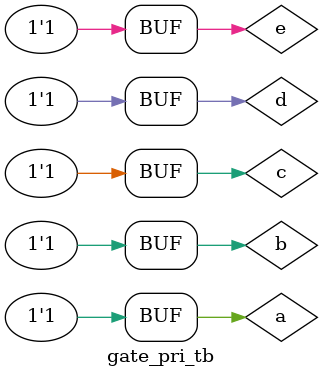
<source format=v>
`timescale 1ns / 1ps

module gate_pri_tb;
    // Inputs
    reg a;
    reg b;
    reg c;
    reg d;
    reg e;

    // Outputs
    wire y0;
    wire y1;

    // Design Under Test (DUT)
    gate_pri uut (
        .a(a), 
        .b(b), 
        .c(c), 
        .d(d), 
        .e(e), 
        .y0(y0), 
        .y1(y1)
    );

    initial begin
        // Initialize Inputs
        a = 0; b = 0; c = 0; d = 0; e = 0;
        #10; // Wait for 10 ns
        
        // Apply test vectors
        a = 1; b = 0; c = 0; d = 0; e = 0;
        #10;
        a = 0; b = 1; c = 0; d = 0; e = 0;
        #10;
        a = 0; b = 0; c = 1; d = 0; e = 0;
        #10;
        a = 0; b = 0; c = 0; d = 1; e = 0;
        #10;
        a = 0; b = 0; c = 0; d = 0; e = 1;
        #10;
        a = 1; b = 1; c = 1; d = 1; e = 1;
        #10;

        // Add more test cases as needed
    end

    initial begin
        $monitor("At time %t: a = %b, b = %b, c = %b, d = %b, e = %b -> y0 = %b, y1 = %b", 
                 $time, a, b, c, d, e, y0, y1);
    end

endmodule
</source>
